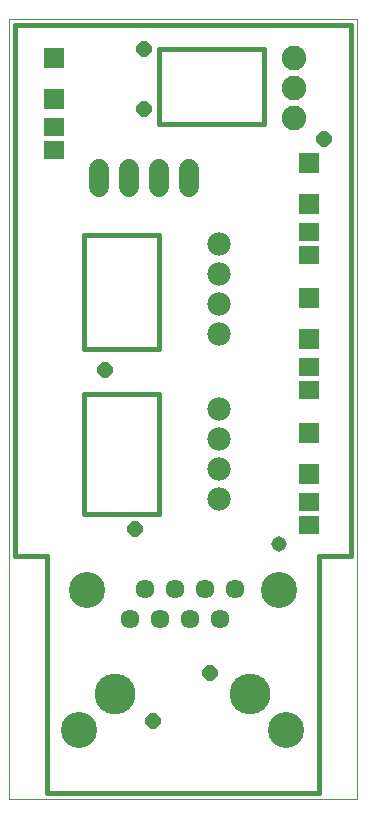
<source format=gts>
G75*
%MOIN*%
%OFA0B0*%
%FSLAX25Y25*%
%IPPOS*%
%LPD*%
%AMOC8*
5,1,8,0,0,1.08239X$1,22.5*
%
%ADD10C,0.00000*%
%ADD11C,0.01600*%
%ADD12C,0.07800*%
%ADD13C,0.06343*%
%ADD14C,0.12020*%
%ADD15C,0.13600*%
%ADD16C,0.08200*%
%ADD17R,0.06706X0.06706*%
%ADD18R,0.07099X0.05918*%
%ADD19C,0.06800*%
%ADD20C,0.05156*%
%ADD21OC8,0.05156*%
D10*
X0001000Y0001000D02*
X0117142Y0001000D01*
X0117142Y0260843D01*
X0001000Y0260843D01*
X0001000Y0001000D01*
X0030100Y0036000D02*
X0030102Y0036160D01*
X0030108Y0036319D01*
X0030118Y0036478D01*
X0030132Y0036637D01*
X0030150Y0036796D01*
X0030171Y0036954D01*
X0030197Y0037111D01*
X0030227Y0037268D01*
X0030260Y0037424D01*
X0030298Y0037579D01*
X0030339Y0037733D01*
X0030384Y0037886D01*
X0030433Y0038038D01*
X0030486Y0038189D01*
X0030542Y0038338D01*
X0030603Y0038486D01*
X0030666Y0038632D01*
X0030734Y0038777D01*
X0030805Y0038920D01*
X0030879Y0039061D01*
X0030957Y0039200D01*
X0031039Y0039337D01*
X0031124Y0039472D01*
X0031212Y0039605D01*
X0031304Y0039736D01*
X0031398Y0039864D01*
X0031496Y0039990D01*
X0031597Y0040114D01*
X0031701Y0040235D01*
X0031808Y0040353D01*
X0031918Y0040469D01*
X0032031Y0040582D01*
X0032147Y0040692D01*
X0032265Y0040799D01*
X0032386Y0040903D01*
X0032510Y0041004D01*
X0032636Y0041102D01*
X0032764Y0041196D01*
X0032895Y0041288D01*
X0033028Y0041376D01*
X0033163Y0041461D01*
X0033300Y0041543D01*
X0033439Y0041621D01*
X0033580Y0041695D01*
X0033723Y0041766D01*
X0033868Y0041834D01*
X0034014Y0041897D01*
X0034162Y0041958D01*
X0034311Y0042014D01*
X0034462Y0042067D01*
X0034614Y0042116D01*
X0034767Y0042161D01*
X0034921Y0042202D01*
X0035076Y0042240D01*
X0035232Y0042273D01*
X0035389Y0042303D01*
X0035546Y0042329D01*
X0035704Y0042350D01*
X0035863Y0042368D01*
X0036022Y0042382D01*
X0036181Y0042392D01*
X0036340Y0042398D01*
X0036500Y0042400D01*
X0036660Y0042398D01*
X0036819Y0042392D01*
X0036978Y0042382D01*
X0037137Y0042368D01*
X0037296Y0042350D01*
X0037454Y0042329D01*
X0037611Y0042303D01*
X0037768Y0042273D01*
X0037924Y0042240D01*
X0038079Y0042202D01*
X0038233Y0042161D01*
X0038386Y0042116D01*
X0038538Y0042067D01*
X0038689Y0042014D01*
X0038838Y0041958D01*
X0038986Y0041897D01*
X0039132Y0041834D01*
X0039277Y0041766D01*
X0039420Y0041695D01*
X0039561Y0041621D01*
X0039700Y0041543D01*
X0039837Y0041461D01*
X0039972Y0041376D01*
X0040105Y0041288D01*
X0040236Y0041196D01*
X0040364Y0041102D01*
X0040490Y0041004D01*
X0040614Y0040903D01*
X0040735Y0040799D01*
X0040853Y0040692D01*
X0040969Y0040582D01*
X0041082Y0040469D01*
X0041192Y0040353D01*
X0041299Y0040235D01*
X0041403Y0040114D01*
X0041504Y0039990D01*
X0041602Y0039864D01*
X0041696Y0039736D01*
X0041788Y0039605D01*
X0041876Y0039472D01*
X0041961Y0039337D01*
X0042043Y0039200D01*
X0042121Y0039061D01*
X0042195Y0038920D01*
X0042266Y0038777D01*
X0042334Y0038632D01*
X0042397Y0038486D01*
X0042458Y0038338D01*
X0042514Y0038189D01*
X0042567Y0038038D01*
X0042616Y0037886D01*
X0042661Y0037733D01*
X0042702Y0037579D01*
X0042740Y0037424D01*
X0042773Y0037268D01*
X0042803Y0037111D01*
X0042829Y0036954D01*
X0042850Y0036796D01*
X0042868Y0036637D01*
X0042882Y0036478D01*
X0042892Y0036319D01*
X0042898Y0036160D01*
X0042900Y0036000D01*
X0042898Y0035840D01*
X0042892Y0035681D01*
X0042882Y0035522D01*
X0042868Y0035363D01*
X0042850Y0035204D01*
X0042829Y0035046D01*
X0042803Y0034889D01*
X0042773Y0034732D01*
X0042740Y0034576D01*
X0042702Y0034421D01*
X0042661Y0034267D01*
X0042616Y0034114D01*
X0042567Y0033962D01*
X0042514Y0033811D01*
X0042458Y0033662D01*
X0042397Y0033514D01*
X0042334Y0033368D01*
X0042266Y0033223D01*
X0042195Y0033080D01*
X0042121Y0032939D01*
X0042043Y0032800D01*
X0041961Y0032663D01*
X0041876Y0032528D01*
X0041788Y0032395D01*
X0041696Y0032264D01*
X0041602Y0032136D01*
X0041504Y0032010D01*
X0041403Y0031886D01*
X0041299Y0031765D01*
X0041192Y0031647D01*
X0041082Y0031531D01*
X0040969Y0031418D01*
X0040853Y0031308D01*
X0040735Y0031201D01*
X0040614Y0031097D01*
X0040490Y0030996D01*
X0040364Y0030898D01*
X0040236Y0030804D01*
X0040105Y0030712D01*
X0039972Y0030624D01*
X0039837Y0030539D01*
X0039700Y0030457D01*
X0039561Y0030379D01*
X0039420Y0030305D01*
X0039277Y0030234D01*
X0039132Y0030166D01*
X0038986Y0030103D01*
X0038838Y0030042D01*
X0038689Y0029986D01*
X0038538Y0029933D01*
X0038386Y0029884D01*
X0038233Y0029839D01*
X0038079Y0029798D01*
X0037924Y0029760D01*
X0037768Y0029727D01*
X0037611Y0029697D01*
X0037454Y0029671D01*
X0037296Y0029650D01*
X0037137Y0029632D01*
X0036978Y0029618D01*
X0036819Y0029608D01*
X0036660Y0029602D01*
X0036500Y0029600D01*
X0036340Y0029602D01*
X0036181Y0029608D01*
X0036022Y0029618D01*
X0035863Y0029632D01*
X0035704Y0029650D01*
X0035546Y0029671D01*
X0035389Y0029697D01*
X0035232Y0029727D01*
X0035076Y0029760D01*
X0034921Y0029798D01*
X0034767Y0029839D01*
X0034614Y0029884D01*
X0034462Y0029933D01*
X0034311Y0029986D01*
X0034162Y0030042D01*
X0034014Y0030103D01*
X0033868Y0030166D01*
X0033723Y0030234D01*
X0033580Y0030305D01*
X0033439Y0030379D01*
X0033300Y0030457D01*
X0033163Y0030539D01*
X0033028Y0030624D01*
X0032895Y0030712D01*
X0032764Y0030804D01*
X0032636Y0030898D01*
X0032510Y0030996D01*
X0032386Y0031097D01*
X0032265Y0031201D01*
X0032147Y0031308D01*
X0032031Y0031418D01*
X0031918Y0031531D01*
X0031808Y0031647D01*
X0031701Y0031765D01*
X0031597Y0031886D01*
X0031496Y0032010D01*
X0031398Y0032136D01*
X0031304Y0032264D01*
X0031212Y0032395D01*
X0031124Y0032528D01*
X0031039Y0032663D01*
X0030957Y0032800D01*
X0030879Y0032939D01*
X0030805Y0033080D01*
X0030734Y0033223D01*
X0030666Y0033368D01*
X0030603Y0033514D01*
X0030542Y0033662D01*
X0030486Y0033811D01*
X0030433Y0033962D01*
X0030384Y0034114D01*
X0030339Y0034267D01*
X0030298Y0034421D01*
X0030260Y0034576D01*
X0030227Y0034732D01*
X0030197Y0034889D01*
X0030171Y0035046D01*
X0030150Y0035204D01*
X0030132Y0035363D01*
X0030118Y0035522D01*
X0030108Y0035681D01*
X0030102Y0035840D01*
X0030100Y0036000D01*
X0075100Y0036000D02*
X0075102Y0036160D01*
X0075108Y0036319D01*
X0075118Y0036478D01*
X0075132Y0036637D01*
X0075150Y0036796D01*
X0075171Y0036954D01*
X0075197Y0037111D01*
X0075227Y0037268D01*
X0075260Y0037424D01*
X0075298Y0037579D01*
X0075339Y0037733D01*
X0075384Y0037886D01*
X0075433Y0038038D01*
X0075486Y0038189D01*
X0075542Y0038338D01*
X0075603Y0038486D01*
X0075666Y0038632D01*
X0075734Y0038777D01*
X0075805Y0038920D01*
X0075879Y0039061D01*
X0075957Y0039200D01*
X0076039Y0039337D01*
X0076124Y0039472D01*
X0076212Y0039605D01*
X0076304Y0039736D01*
X0076398Y0039864D01*
X0076496Y0039990D01*
X0076597Y0040114D01*
X0076701Y0040235D01*
X0076808Y0040353D01*
X0076918Y0040469D01*
X0077031Y0040582D01*
X0077147Y0040692D01*
X0077265Y0040799D01*
X0077386Y0040903D01*
X0077510Y0041004D01*
X0077636Y0041102D01*
X0077764Y0041196D01*
X0077895Y0041288D01*
X0078028Y0041376D01*
X0078163Y0041461D01*
X0078300Y0041543D01*
X0078439Y0041621D01*
X0078580Y0041695D01*
X0078723Y0041766D01*
X0078868Y0041834D01*
X0079014Y0041897D01*
X0079162Y0041958D01*
X0079311Y0042014D01*
X0079462Y0042067D01*
X0079614Y0042116D01*
X0079767Y0042161D01*
X0079921Y0042202D01*
X0080076Y0042240D01*
X0080232Y0042273D01*
X0080389Y0042303D01*
X0080546Y0042329D01*
X0080704Y0042350D01*
X0080863Y0042368D01*
X0081022Y0042382D01*
X0081181Y0042392D01*
X0081340Y0042398D01*
X0081500Y0042400D01*
X0081660Y0042398D01*
X0081819Y0042392D01*
X0081978Y0042382D01*
X0082137Y0042368D01*
X0082296Y0042350D01*
X0082454Y0042329D01*
X0082611Y0042303D01*
X0082768Y0042273D01*
X0082924Y0042240D01*
X0083079Y0042202D01*
X0083233Y0042161D01*
X0083386Y0042116D01*
X0083538Y0042067D01*
X0083689Y0042014D01*
X0083838Y0041958D01*
X0083986Y0041897D01*
X0084132Y0041834D01*
X0084277Y0041766D01*
X0084420Y0041695D01*
X0084561Y0041621D01*
X0084700Y0041543D01*
X0084837Y0041461D01*
X0084972Y0041376D01*
X0085105Y0041288D01*
X0085236Y0041196D01*
X0085364Y0041102D01*
X0085490Y0041004D01*
X0085614Y0040903D01*
X0085735Y0040799D01*
X0085853Y0040692D01*
X0085969Y0040582D01*
X0086082Y0040469D01*
X0086192Y0040353D01*
X0086299Y0040235D01*
X0086403Y0040114D01*
X0086504Y0039990D01*
X0086602Y0039864D01*
X0086696Y0039736D01*
X0086788Y0039605D01*
X0086876Y0039472D01*
X0086961Y0039337D01*
X0087043Y0039200D01*
X0087121Y0039061D01*
X0087195Y0038920D01*
X0087266Y0038777D01*
X0087334Y0038632D01*
X0087397Y0038486D01*
X0087458Y0038338D01*
X0087514Y0038189D01*
X0087567Y0038038D01*
X0087616Y0037886D01*
X0087661Y0037733D01*
X0087702Y0037579D01*
X0087740Y0037424D01*
X0087773Y0037268D01*
X0087803Y0037111D01*
X0087829Y0036954D01*
X0087850Y0036796D01*
X0087868Y0036637D01*
X0087882Y0036478D01*
X0087892Y0036319D01*
X0087898Y0036160D01*
X0087900Y0036000D01*
X0087898Y0035840D01*
X0087892Y0035681D01*
X0087882Y0035522D01*
X0087868Y0035363D01*
X0087850Y0035204D01*
X0087829Y0035046D01*
X0087803Y0034889D01*
X0087773Y0034732D01*
X0087740Y0034576D01*
X0087702Y0034421D01*
X0087661Y0034267D01*
X0087616Y0034114D01*
X0087567Y0033962D01*
X0087514Y0033811D01*
X0087458Y0033662D01*
X0087397Y0033514D01*
X0087334Y0033368D01*
X0087266Y0033223D01*
X0087195Y0033080D01*
X0087121Y0032939D01*
X0087043Y0032800D01*
X0086961Y0032663D01*
X0086876Y0032528D01*
X0086788Y0032395D01*
X0086696Y0032264D01*
X0086602Y0032136D01*
X0086504Y0032010D01*
X0086403Y0031886D01*
X0086299Y0031765D01*
X0086192Y0031647D01*
X0086082Y0031531D01*
X0085969Y0031418D01*
X0085853Y0031308D01*
X0085735Y0031201D01*
X0085614Y0031097D01*
X0085490Y0030996D01*
X0085364Y0030898D01*
X0085236Y0030804D01*
X0085105Y0030712D01*
X0084972Y0030624D01*
X0084837Y0030539D01*
X0084700Y0030457D01*
X0084561Y0030379D01*
X0084420Y0030305D01*
X0084277Y0030234D01*
X0084132Y0030166D01*
X0083986Y0030103D01*
X0083838Y0030042D01*
X0083689Y0029986D01*
X0083538Y0029933D01*
X0083386Y0029884D01*
X0083233Y0029839D01*
X0083079Y0029798D01*
X0082924Y0029760D01*
X0082768Y0029727D01*
X0082611Y0029697D01*
X0082454Y0029671D01*
X0082296Y0029650D01*
X0082137Y0029632D01*
X0081978Y0029618D01*
X0081819Y0029608D01*
X0081660Y0029602D01*
X0081500Y0029600D01*
X0081340Y0029602D01*
X0081181Y0029608D01*
X0081022Y0029618D01*
X0080863Y0029632D01*
X0080704Y0029650D01*
X0080546Y0029671D01*
X0080389Y0029697D01*
X0080232Y0029727D01*
X0080076Y0029760D01*
X0079921Y0029798D01*
X0079767Y0029839D01*
X0079614Y0029884D01*
X0079462Y0029933D01*
X0079311Y0029986D01*
X0079162Y0030042D01*
X0079014Y0030103D01*
X0078868Y0030166D01*
X0078723Y0030234D01*
X0078580Y0030305D01*
X0078439Y0030379D01*
X0078300Y0030457D01*
X0078163Y0030539D01*
X0078028Y0030624D01*
X0077895Y0030712D01*
X0077764Y0030804D01*
X0077636Y0030898D01*
X0077510Y0030996D01*
X0077386Y0031097D01*
X0077265Y0031201D01*
X0077147Y0031308D01*
X0077031Y0031418D01*
X0076918Y0031531D01*
X0076808Y0031647D01*
X0076701Y0031765D01*
X0076597Y0031886D01*
X0076496Y0032010D01*
X0076398Y0032136D01*
X0076304Y0032264D01*
X0076212Y0032395D01*
X0076124Y0032528D01*
X0076039Y0032663D01*
X0075957Y0032800D01*
X0075879Y0032939D01*
X0075805Y0033080D01*
X0075734Y0033223D01*
X0075666Y0033368D01*
X0075603Y0033514D01*
X0075542Y0033662D01*
X0075486Y0033811D01*
X0075433Y0033962D01*
X0075384Y0034114D01*
X0075339Y0034267D01*
X0075298Y0034421D01*
X0075260Y0034576D01*
X0075227Y0034732D01*
X0075197Y0034889D01*
X0075171Y0035046D01*
X0075150Y0035204D01*
X0075132Y0035363D01*
X0075118Y0035522D01*
X0075108Y0035681D01*
X0075102Y0035840D01*
X0075100Y0036000D01*
D11*
X0051000Y0096000D02*
X0026000Y0096000D01*
X0026000Y0136000D01*
X0051000Y0136000D01*
X0051000Y0096000D01*
X0051000Y0151000D02*
X0026000Y0151000D01*
X0026000Y0189000D01*
X0051000Y0189000D01*
X0051000Y0151000D01*
X0051000Y0226000D02*
X0086000Y0226000D01*
X0086000Y0251000D01*
X0051000Y0251000D01*
X0051000Y0226000D01*
X0002969Y0258874D02*
X0002969Y0081709D01*
X0013780Y0081709D01*
X0013780Y0002969D01*
X0104362Y0002969D01*
X0104362Y0081709D01*
X0115173Y0081709D01*
X0115173Y0258874D01*
X0002969Y0258874D01*
D12*
X0071000Y0186000D03*
X0071000Y0176000D03*
X0071000Y0166000D03*
X0071000Y0156000D03*
X0071000Y0131000D03*
X0071000Y0121000D03*
X0071000Y0111000D03*
X0071000Y0101000D03*
D13*
X0066500Y0071000D03*
X0061500Y0061000D03*
X0056500Y0071000D03*
X0051500Y0061000D03*
X0046500Y0071000D03*
X0041500Y0061000D03*
X0071500Y0061000D03*
X0076500Y0071000D03*
D14*
X0091000Y0070488D03*
X0093500Y0024000D03*
X0027000Y0070488D03*
X0024500Y0024000D03*
D15*
X0036500Y0036000D03*
X0081500Y0036000D03*
D16*
X0096000Y0228000D03*
X0096000Y0238000D03*
X0096000Y0248000D03*
D17*
X0101000Y0212890D03*
X0101000Y0199110D03*
X0101000Y0167890D03*
X0101000Y0154110D03*
X0101000Y0122890D03*
X0101000Y0109110D03*
X0016000Y0234110D03*
X0016000Y0247890D03*
D18*
X0016000Y0224740D03*
X0016000Y0217260D03*
X0101000Y0189740D03*
X0101000Y0182260D03*
X0101000Y0144740D03*
X0101000Y0137260D03*
X0101000Y0099740D03*
X0101000Y0092260D03*
D19*
X0061000Y0205000D02*
X0061000Y0211000D01*
X0051000Y0211000D02*
X0051000Y0205000D01*
X0041000Y0205000D02*
X0041000Y0211000D01*
X0031000Y0211000D02*
X0031000Y0205000D01*
D20*
X0091000Y0086000D03*
D21*
X0068000Y0043000D03*
X0049000Y0027000D03*
X0043000Y0091000D03*
X0033000Y0144000D03*
X0046000Y0231000D03*
X0046000Y0251000D03*
X0106000Y0221000D03*
M02*

</source>
